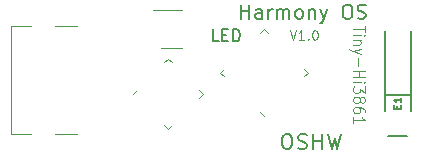
<source format=gbr>
%TF.GenerationSoftware,KiCad,Pcbnew,(5.1.6)-1*%
%TF.CreationDate,2020-09-21T22:35:42+08:00*%
%TF.ProjectId,Tiny-Hi3861,54696e79-2d48-4693-9338-36312e6b6963,V1.0*%
%TF.SameCoordinates,Original*%
%TF.FileFunction,Legend,Top*%
%TF.FilePolarity,Positive*%
%FSLAX46Y46*%
G04 Gerber Fmt 4.6, Leading zero omitted, Abs format (unit mm)*
G04 Created by KiCad (PCBNEW (5.1.6)-1) date 2020-09-21 22:35:42*
%MOMM*%
%LPD*%
G01*
G04 APERTURE LIST*
%ADD10C,0.150000*%
%ADD11C,0.200000*%
%ADD12C,0.100000*%
%ADD13C,0.120000*%
%ADD14C,0.203200*%
%ADD15C,0.127000*%
G04 APERTURE END LIST*
D10*
X171957142Y-97052380D02*
X171480952Y-97052380D01*
X171480952Y-96052380D01*
X172290476Y-96528571D02*
X172623809Y-96528571D01*
X172766666Y-97052380D02*
X172290476Y-97052380D01*
X172290476Y-96052380D01*
X172766666Y-96052380D01*
X173195238Y-97052380D02*
X173195238Y-96052380D01*
X173433333Y-96052380D01*
X173576190Y-96100000D01*
X173671428Y-96195238D01*
X173719047Y-96290476D01*
X173766666Y-96480952D01*
X173766666Y-96623809D01*
X173719047Y-96814285D01*
X173671428Y-96909523D01*
X173576190Y-97004761D01*
X173433333Y-97052380D01*
X173195238Y-97052380D01*
D11*
X177633333Y-104888095D02*
X177880952Y-104888095D01*
X178004761Y-104950000D01*
X178128571Y-105073809D01*
X178190476Y-105321428D01*
X178190476Y-105754761D01*
X178128571Y-106002380D01*
X178004761Y-106126190D01*
X177880952Y-106188095D01*
X177633333Y-106188095D01*
X177509523Y-106126190D01*
X177385714Y-106002380D01*
X177323809Y-105754761D01*
X177323809Y-105321428D01*
X177385714Y-105073809D01*
X177509523Y-104950000D01*
X177633333Y-104888095D01*
X178685714Y-106126190D02*
X178871428Y-106188095D01*
X179180952Y-106188095D01*
X179304761Y-106126190D01*
X179366666Y-106064285D01*
X179428571Y-105940476D01*
X179428571Y-105816666D01*
X179366666Y-105692857D01*
X179304761Y-105630952D01*
X179180952Y-105569047D01*
X178933333Y-105507142D01*
X178809523Y-105445238D01*
X178747619Y-105383333D01*
X178685714Y-105259523D01*
X178685714Y-105135714D01*
X178747619Y-105011904D01*
X178809523Y-104950000D01*
X178933333Y-104888095D01*
X179242857Y-104888095D01*
X179428571Y-104950000D01*
X179985714Y-106188095D02*
X179985714Y-104888095D01*
X179985714Y-105507142D02*
X180728571Y-105507142D01*
X180728571Y-106188095D02*
X180728571Y-104888095D01*
X181223809Y-104888095D02*
X181533333Y-106188095D01*
X181780952Y-105259523D01*
X182028571Y-106188095D01*
X182338095Y-104888095D01*
D12*
X177980952Y-96111904D02*
X178247619Y-96911904D01*
X178514285Y-96111904D01*
X179200000Y-96911904D02*
X178742857Y-96911904D01*
X178971428Y-96911904D02*
X178971428Y-96111904D01*
X178895238Y-96226190D01*
X178819047Y-96302380D01*
X178742857Y-96340476D01*
X179542857Y-96835714D02*
X179580952Y-96873809D01*
X179542857Y-96911904D01*
X179504761Y-96873809D01*
X179542857Y-96835714D01*
X179542857Y-96911904D01*
X180076190Y-96111904D02*
X180152380Y-96111904D01*
X180228571Y-96150000D01*
X180266666Y-96188095D01*
X180304761Y-96264285D01*
X180342857Y-96416666D01*
X180342857Y-96607142D01*
X180304761Y-96759523D01*
X180266666Y-96835714D01*
X180228571Y-96873809D01*
X180152380Y-96911904D01*
X180076190Y-96911904D01*
X180000000Y-96873809D01*
X179961904Y-96835714D01*
X179923809Y-96759523D01*
X179885714Y-96607142D01*
X179885714Y-96416666D01*
X179923809Y-96264285D01*
X179961904Y-96188095D01*
X180000000Y-96150000D01*
X180076190Y-96111904D01*
X184347619Y-95721428D02*
X184347619Y-96235714D01*
X183347619Y-95978571D02*
X184347619Y-95978571D01*
X183347619Y-96535714D02*
X184014285Y-96535714D01*
X184347619Y-96535714D02*
X184300000Y-96492857D01*
X184252380Y-96535714D01*
X184300000Y-96578571D01*
X184347619Y-96535714D01*
X184252380Y-96535714D01*
X184014285Y-96964285D02*
X183347619Y-96964285D01*
X183919047Y-96964285D02*
X183966666Y-97007142D01*
X184014285Y-97092857D01*
X184014285Y-97221428D01*
X183966666Y-97307142D01*
X183871428Y-97350000D01*
X183347619Y-97350000D01*
X184014285Y-97692857D02*
X183347619Y-97907142D01*
X184014285Y-98121428D02*
X183347619Y-97907142D01*
X183109523Y-97821428D01*
X183061904Y-97778571D01*
X183014285Y-97692857D01*
X183728571Y-98464285D02*
X183728571Y-99150000D01*
X183347619Y-99578571D02*
X184347619Y-99578571D01*
X183871428Y-99578571D02*
X183871428Y-100092857D01*
X183347619Y-100092857D02*
X184347619Y-100092857D01*
X183347619Y-100521428D02*
X184014285Y-100521428D01*
X184347619Y-100521428D02*
X184300000Y-100478571D01*
X184252380Y-100521428D01*
X184300000Y-100564285D01*
X184347619Y-100521428D01*
X184252380Y-100521428D01*
X184347619Y-100864285D02*
X184347619Y-101421428D01*
X183966666Y-101121428D01*
X183966666Y-101250000D01*
X183919047Y-101335714D01*
X183871428Y-101378571D01*
X183776190Y-101421428D01*
X183538095Y-101421428D01*
X183442857Y-101378571D01*
X183395238Y-101335714D01*
X183347619Y-101250000D01*
X183347619Y-100992857D01*
X183395238Y-100907142D01*
X183442857Y-100864285D01*
X183919047Y-101935714D02*
X183966666Y-101850000D01*
X184014285Y-101807142D01*
X184109523Y-101764285D01*
X184157142Y-101764285D01*
X184252380Y-101807142D01*
X184300000Y-101850000D01*
X184347619Y-101935714D01*
X184347619Y-102107142D01*
X184300000Y-102192857D01*
X184252380Y-102235714D01*
X184157142Y-102278571D01*
X184109523Y-102278571D01*
X184014285Y-102235714D01*
X183966666Y-102192857D01*
X183919047Y-102107142D01*
X183919047Y-101935714D01*
X183871428Y-101850000D01*
X183823809Y-101807142D01*
X183728571Y-101764285D01*
X183538095Y-101764285D01*
X183442857Y-101807142D01*
X183395238Y-101850000D01*
X183347619Y-101935714D01*
X183347619Y-102107142D01*
X183395238Y-102192857D01*
X183442857Y-102235714D01*
X183538095Y-102278571D01*
X183728571Y-102278571D01*
X183823809Y-102235714D01*
X183871428Y-102192857D01*
X183919047Y-102107142D01*
X184347619Y-103050000D02*
X184347619Y-102878571D01*
X184300000Y-102792857D01*
X184252380Y-102750000D01*
X184109523Y-102664285D01*
X183919047Y-102621428D01*
X183538095Y-102621428D01*
X183442857Y-102664285D01*
X183395238Y-102707142D01*
X183347619Y-102792857D01*
X183347619Y-102964285D01*
X183395238Y-103050000D01*
X183442857Y-103092857D01*
X183538095Y-103135714D01*
X183776190Y-103135714D01*
X183871428Y-103092857D01*
X183919047Y-103050000D01*
X183966666Y-102964285D01*
X183966666Y-102792857D01*
X183919047Y-102707142D01*
X183871428Y-102664285D01*
X183776190Y-102621428D01*
X183347619Y-103992857D02*
X183347619Y-103478571D01*
X183347619Y-103735714D02*
X184347619Y-103735714D01*
X184204761Y-103650000D01*
X184109523Y-103564285D01*
X184061904Y-103478571D01*
D11*
X173842857Y-95142857D02*
X173842857Y-93942857D01*
X173842857Y-94514285D02*
X174528571Y-94514285D01*
X174528571Y-95142857D02*
X174528571Y-93942857D01*
X175614285Y-95142857D02*
X175614285Y-94514285D01*
X175557142Y-94400000D01*
X175442857Y-94342857D01*
X175214285Y-94342857D01*
X175100000Y-94400000D01*
X175614285Y-95085714D02*
X175500000Y-95142857D01*
X175214285Y-95142857D01*
X175100000Y-95085714D01*
X175042857Y-94971428D01*
X175042857Y-94857142D01*
X175100000Y-94742857D01*
X175214285Y-94685714D01*
X175500000Y-94685714D01*
X175614285Y-94628571D01*
X176185714Y-95142857D02*
X176185714Y-94342857D01*
X176185714Y-94571428D02*
X176242857Y-94457142D01*
X176300000Y-94400000D01*
X176414285Y-94342857D01*
X176528571Y-94342857D01*
X176928571Y-95142857D02*
X176928571Y-94342857D01*
X176928571Y-94457142D02*
X176985714Y-94400000D01*
X177100000Y-94342857D01*
X177271428Y-94342857D01*
X177385714Y-94400000D01*
X177442857Y-94514285D01*
X177442857Y-95142857D01*
X177442857Y-94514285D02*
X177500000Y-94400000D01*
X177614285Y-94342857D01*
X177785714Y-94342857D01*
X177900000Y-94400000D01*
X177957142Y-94514285D01*
X177957142Y-95142857D01*
X178700000Y-95142857D02*
X178585714Y-95085714D01*
X178528571Y-95028571D01*
X178471428Y-94914285D01*
X178471428Y-94571428D01*
X178528571Y-94457142D01*
X178585714Y-94400000D01*
X178700000Y-94342857D01*
X178871428Y-94342857D01*
X178985714Y-94400000D01*
X179042857Y-94457142D01*
X179100000Y-94571428D01*
X179100000Y-94914285D01*
X179042857Y-95028571D01*
X178985714Y-95085714D01*
X178871428Y-95142857D01*
X178700000Y-95142857D01*
X179614285Y-94342857D02*
X179614285Y-95142857D01*
X179614285Y-94457142D02*
X179671428Y-94400000D01*
X179785714Y-94342857D01*
X179957142Y-94342857D01*
X180071428Y-94400000D01*
X180128571Y-94514285D01*
X180128571Y-95142857D01*
X180585714Y-94342857D02*
X180871428Y-95142857D01*
X181157142Y-94342857D02*
X180871428Y-95142857D01*
X180757142Y-95428571D01*
X180700000Y-95485714D01*
X180585714Y-95542857D01*
X182757142Y-93942857D02*
X182985714Y-93942857D01*
X183100000Y-94000000D01*
X183214285Y-94114285D01*
X183271428Y-94342857D01*
X183271428Y-94742857D01*
X183214285Y-94971428D01*
X183100000Y-95085714D01*
X182985714Y-95142857D01*
X182757142Y-95142857D01*
X182642857Y-95085714D01*
X182528571Y-94971428D01*
X182471428Y-94742857D01*
X182471428Y-94342857D01*
X182528571Y-94114285D01*
X182642857Y-94000000D01*
X182757142Y-93942857D01*
X183728571Y-95085714D02*
X183900000Y-95142857D01*
X184185714Y-95142857D01*
X184300000Y-95085714D01*
X184357142Y-95028571D01*
X184414285Y-94914285D01*
X184414285Y-94800000D01*
X184357142Y-94685714D01*
X184300000Y-94628571D01*
X184185714Y-94571428D01*
X183957142Y-94514285D01*
X183842857Y-94457142D01*
X183785714Y-94400000D01*
X183728571Y-94285714D01*
X183728571Y-94171428D01*
X183785714Y-94057142D01*
X183842857Y-94000000D01*
X183957142Y-93942857D01*
X184242857Y-93942857D01*
X184414285Y-94000000D01*
D13*
%TO.C,U1*%
X175464124Y-103055222D02*
X175800000Y-103391097D01*
X175800000Y-96008903D02*
X175464124Y-96344778D01*
X176135876Y-96344778D02*
X175800000Y-96008903D01*
X179491097Y-99700000D02*
X179155222Y-100035876D01*
X179155222Y-99364124D02*
X179491097Y-99700000D01*
X172108903Y-99700000D02*
X172444778Y-99364124D01*
X172444778Y-100035876D02*
X172108903Y-99700000D01*
D14*
%TO.C,E1*%
X186332440Y-105099100D02*
X187927560Y-105099100D01*
X186030180Y-101598980D02*
X188229820Y-101598980D01*
X186030180Y-101598980D02*
X186030180Y-96201480D01*
X186030180Y-102998520D02*
X186030180Y-101598980D01*
X188229820Y-101598980D02*
X188229820Y-96201480D01*
X188229820Y-102998520D02*
X188229820Y-101598980D01*
D12*
%TO.C,D2*%
X172008000Y-96086000D02*
G75*
G03*
X172008000Y-96086000I-50000J0D01*
G01*
%TO.C,PWR1*%
X164450000Y-96240000D02*
G75*
G03*
X164450000Y-96240000I-50000J0D01*
G01*
D13*
%TO.C,U3*%
X165032646Y-101164124D02*
X164696770Y-101500000D01*
X170664752Y-101500000D02*
X170328876Y-101164124D01*
X170328876Y-101835876D02*
X170664752Y-101500000D01*
X167680761Y-104483991D02*
X167344885Y-104148115D01*
X168016637Y-104148115D02*
X167680761Y-104483991D01*
X167680761Y-98516009D02*
X168016637Y-98851885D01*
X167344885Y-98851885D02*
X167680761Y-98516009D01*
%TO.C,U2*%
X168900000Y-94390000D02*
X166450000Y-94390000D01*
X167100000Y-97610000D02*
X168900000Y-97610000D01*
%TO.C,J3*%
X160000000Y-95770000D02*
X158080000Y-95770000D01*
X158080000Y-104930000D02*
X160000000Y-104930000D01*
X156070000Y-104930000D02*
X154365000Y-104930000D01*
X154365000Y-95770000D02*
X156070000Y-95770000D01*
X154365000Y-104930000D02*
X154365000Y-95770000D01*
%TO.C,E1*%
D15*
X187096457Y-102760914D02*
X187096457Y-102557714D01*
X187415771Y-102470628D02*
X187415771Y-102760914D01*
X186806171Y-102760914D01*
X186806171Y-102470628D01*
X187415771Y-101890057D02*
X187415771Y-102238400D01*
X187415771Y-102064228D02*
X186806171Y-102064228D01*
X186893257Y-102122285D01*
X186951314Y-102180342D01*
X186980342Y-102238400D01*
%TD*%
M02*

</source>
